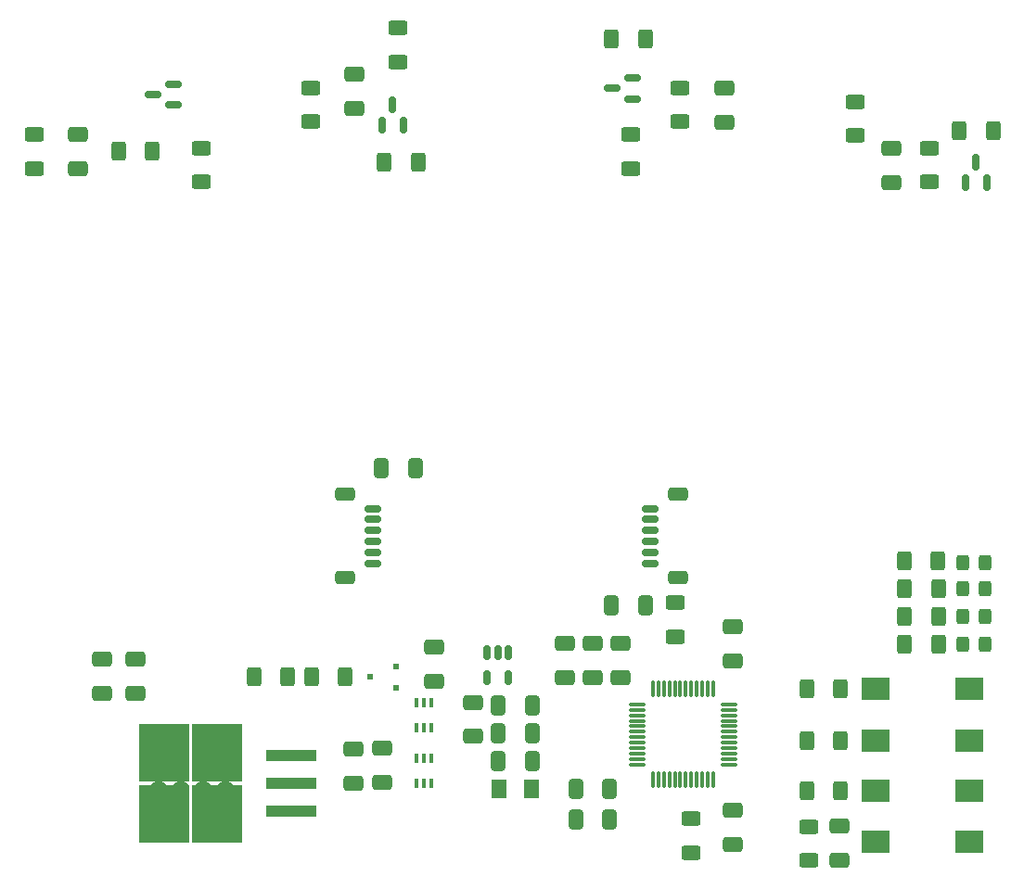
<source format=gtp>
G04 #@! TF.GenerationSoftware,KiCad,Pcbnew,9.0.2-2.fc42*
G04 #@! TF.CreationDate,2025-07-20T15:46:27-07:00*
G04 #@! TF.ProjectId,rezq_rev3,72657a71-5f72-4657-9633-2e6b69636164,rev?*
G04 #@! TF.SameCoordinates,Original*
G04 #@! TF.FileFunction,Paste,Top*
G04 #@! TF.FilePolarity,Positive*
%FSLAX46Y46*%
G04 Gerber Fmt 4.6, Leading zero omitted, Abs format (unit mm)*
G04 Created by KiCad (PCBNEW 9.0.2-2.fc42) date 2025-07-20 15:46:27*
%MOMM*%
%LPD*%
G01*
G04 APERTURE LIST*
G04 Aperture macros list*
%AMRoundRect*
0 Rectangle with rounded corners*
0 $1 Rounding radius*
0 $2 $3 $4 $5 $6 $7 $8 $9 X,Y pos of 4 corners*
0 Add a 4 corners polygon primitive as box body*
4,1,4,$2,$3,$4,$5,$6,$7,$8,$9,$2,$3,0*
0 Add four circle primitives for the rounded corners*
1,1,$1+$1,$2,$3*
1,1,$1+$1,$4,$5*
1,1,$1+$1,$6,$7*
1,1,$1+$1,$8,$9*
0 Add four rect primitives between the rounded corners*
20,1,$1+$1,$2,$3,$4,$5,0*
20,1,$1+$1,$4,$5,$6,$7,0*
20,1,$1+$1,$6,$7,$8,$9,0*
20,1,$1+$1,$8,$9,$2,$3,0*%
G04 Aperture macros list end*
%ADD10RoundRect,0.250000X-0.650000X0.412500X-0.650000X-0.412500X0.650000X-0.412500X0.650000X0.412500X0*%
%ADD11RoundRect,0.250000X0.412500X0.650000X-0.412500X0.650000X-0.412500X-0.650000X0.412500X-0.650000X0*%
%ADD12RoundRect,0.150000X0.587500X0.150000X-0.587500X0.150000X-0.587500X-0.150000X0.587500X-0.150000X0*%
%ADD13R,0.508000X0.508000*%
%ADD14RoundRect,0.250000X0.400000X0.625000X-0.400000X0.625000X-0.400000X-0.625000X0.400000X-0.625000X0*%
%ADD15RoundRect,0.150000X0.625000X-0.150000X0.625000X0.150000X-0.625000X0.150000X-0.625000X-0.150000X0*%
%ADD16RoundRect,0.250000X0.650000X-0.350000X0.650000X0.350000X-0.650000X0.350000X-0.650000X-0.350000X0*%
%ADD17R,2.500000X2.000000*%
%ADD18RoundRect,0.250000X-0.400000X-0.625000X0.400000X-0.625000X0.400000X0.625000X-0.400000X0.625000X0*%
%ADD19RoundRect,0.250000X0.325000X0.450000X-0.325000X0.450000X-0.325000X-0.450000X0.325000X-0.450000X0*%
%ADD20RoundRect,0.250000X0.625000X-0.400000X0.625000X0.400000X-0.625000X0.400000X-0.625000X-0.400000X0*%
%ADD21RoundRect,0.150000X0.150000X-0.587500X0.150000X0.587500X-0.150000X0.587500X-0.150000X-0.587500X0*%
%ADD22RoundRect,0.250000X-0.625000X0.400000X-0.625000X-0.400000X0.625000X-0.400000X0.625000X0.400000X0*%
%ADD23RoundRect,0.250000X0.650000X-0.412500X0.650000X0.412500X-0.650000X0.412500X-0.650000X-0.412500X0*%
%ADD24RoundRect,0.250000X-0.412500X-0.650000X0.412500X-0.650000X0.412500X0.650000X-0.412500X0.650000X0*%
%ADD25RoundRect,0.150000X-0.150000X0.512500X-0.150000X-0.512500X0.150000X-0.512500X0.150000X0.512500X0*%
%ADD26R,0.355600X0.850900*%
%ADD27RoundRect,0.250001X-0.462499X-0.624999X0.462499X-0.624999X0.462499X0.624999X-0.462499X0.624999X0*%
%ADD28RoundRect,0.150000X-0.625000X0.150000X-0.625000X-0.150000X0.625000X-0.150000X0.625000X0.150000X0*%
%ADD29RoundRect,0.250000X-0.650000X0.350000X-0.650000X-0.350000X0.650000X-0.350000X0.650000X0.350000X0*%
%ADD30RoundRect,0.075000X-0.662500X-0.075000X0.662500X-0.075000X0.662500X0.075000X-0.662500X0.075000X0*%
%ADD31RoundRect,0.075000X-0.075000X-0.662500X0.075000X-0.662500X0.075000X0.662500X-0.075000X0.662500X0*%
%ADD32R,4.550000X5.250000*%
%ADD33R,4.600000X1.100000*%
%ADD34C,1.524000*%
G04 APERTURE END LIST*
D10*
X218750000Y-116937500D03*
X218750000Y-120062500D03*
X159750000Y-121187500D03*
X159750000Y-124312500D03*
D11*
X208312500Y-183750000D03*
X205187500Y-183750000D03*
D12*
X210375000Y-117950000D03*
X210375000Y-116050000D03*
X208500000Y-117000000D03*
D10*
X164998000Y-169131500D03*
X164998000Y-172256500D03*
D13*
X188793800Y-171717350D03*
X188793800Y-169817348D03*
X186406200Y-170767349D03*
D14*
X238296000Y-167767000D03*
X235196000Y-167767000D03*
D15*
X186652000Y-160371000D03*
X186652000Y-159371000D03*
X186652000Y-158371000D03*
X186652000Y-157371000D03*
X186652000Y-156371000D03*
X186652000Y-155371000D03*
D16*
X184127000Y-161671000D03*
X184127000Y-154071000D03*
D14*
X238296000Y-165227000D03*
X235196000Y-165227000D03*
D17*
X241135000Y-176530000D03*
X232575000Y-176530000D03*
D18*
X163450000Y-122750000D03*
X166550000Y-122750000D03*
D14*
X243300000Y-120847200D03*
X240200000Y-120847200D03*
D19*
X242597000Y-162687000D03*
X240547000Y-162687000D03*
D20*
X226500000Y-187504000D03*
X226500000Y-184404000D03*
D21*
X240800000Y-125625000D03*
X242700000Y-125625000D03*
X241750000Y-123750000D03*
D20*
X181000000Y-120050000D03*
X181000000Y-116950000D03*
D18*
X226288000Y-181102000D03*
X229388000Y-181102000D03*
D19*
X242587999Y-160274000D03*
X240538001Y-160274000D03*
D11*
X190538500Y-151638000D03*
X187413500Y-151638000D03*
D20*
X171000000Y-125550000D03*
X171000000Y-122450000D03*
D14*
X211550000Y-112500000D03*
X208450000Y-112500000D03*
D18*
X226288000Y-176530000D03*
X229388000Y-176530000D03*
D19*
X242588000Y-165227000D03*
X240538000Y-165227000D03*
D22*
X214250000Y-163950000D03*
X214250000Y-167050000D03*
D20*
X230750000Y-121300000D03*
X230750000Y-118200000D03*
D23*
X219500000Y-169312500D03*
X219500000Y-166187500D03*
D18*
X226288000Y-171831000D03*
X229388000Y-171831000D03*
D23*
X192239000Y-171114500D03*
X192239000Y-167989500D03*
D20*
X210250000Y-124300000D03*
X210250000Y-121200000D03*
D24*
X208439500Y-164171000D03*
X211564500Y-164171000D03*
D23*
X187549200Y-180410900D03*
X187549200Y-177285900D03*
D20*
X215750000Y-186800000D03*
X215750000Y-183700000D03*
D14*
X178919400Y-170694000D03*
X175819400Y-170694000D03*
D23*
X161998000Y-172256500D03*
X161998000Y-169131500D03*
D25*
X199034000Y-168527000D03*
X198084000Y-168527000D03*
X197134000Y-168527000D03*
X197134000Y-170802000D03*
X199034000Y-170802000D03*
D14*
X238296000Y-162687000D03*
X235196000Y-162687000D03*
D23*
X206750000Y-170812500D03*
X206750000Y-167687500D03*
D19*
X242597000Y-167767000D03*
X240547000Y-167767000D03*
D24*
X198106500Y-175882000D03*
X201231500Y-175882000D03*
D12*
X168500000Y-118500000D03*
X168500000Y-116600000D03*
X166625000Y-117550000D03*
D23*
X204250000Y-170812500D03*
X204250000Y-167687500D03*
D26*
X191983799Y-178200700D03*
X191333800Y-178200700D03*
X190683801Y-178200700D03*
X190683801Y-180474000D03*
X191333800Y-180474000D03*
X191983799Y-180474000D03*
D24*
X198106500Y-173342000D03*
X201231500Y-173342000D03*
D23*
X184933000Y-180424000D03*
X184933000Y-177299000D03*
D10*
X195869000Y-173059500D03*
X195869000Y-176184500D03*
D17*
X241135000Y-181102000D03*
X232575000Y-181102000D03*
D23*
X209250000Y-170812500D03*
X209250000Y-167687500D03*
D10*
X219500000Y-182937500D03*
X219500000Y-186062500D03*
D14*
X238287000Y-160147000D03*
X235187000Y-160147000D03*
D10*
X185000000Y-115687500D03*
X185000000Y-118812500D03*
D22*
X237500000Y-122450000D03*
X237500000Y-125550000D03*
X189000000Y-111450000D03*
X189000000Y-114550000D03*
D17*
X241135000Y-171831000D03*
X232575000Y-171831000D03*
D21*
X187550000Y-120374999D03*
X189450000Y-120374999D03*
X188500000Y-118500000D03*
D27*
X198220000Y-180962000D03*
X201195000Y-180962000D03*
D14*
X190800000Y-123750000D03*
X187700000Y-123750000D03*
D28*
X211977000Y-155371000D03*
X211977000Y-156371000D03*
X211977000Y-157371000D03*
X211977000Y-158371000D03*
X211977000Y-159371000D03*
X211977000Y-160371000D03*
D29*
X214502000Y-154071000D03*
X214502000Y-161671000D03*
D24*
X198106500Y-178422000D03*
X201231500Y-178422000D03*
D30*
X210837500Y-173250000D03*
X210837500Y-173750000D03*
X210837500Y-174250000D03*
X210837500Y-174750000D03*
X210837500Y-175250000D03*
X210837500Y-175750000D03*
X210837500Y-176250000D03*
X210837500Y-176750000D03*
X210837500Y-177250000D03*
X210837500Y-177750000D03*
X210837500Y-178250000D03*
X210837500Y-178750000D03*
D31*
X212250000Y-180162500D03*
X212750000Y-180162500D03*
X213250000Y-180162500D03*
X213750000Y-180162500D03*
X214250000Y-180162500D03*
X214750000Y-180162500D03*
X215250000Y-180162500D03*
X215750000Y-180162500D03*
X216250000Y-180162500D03*
X216750000Y-180162500D03*
X217250000Y-180162500D03*
X217750000Y-180162500D03*
D30*
X219162500Y-178750000D03*
X219162500Y-178250000D03*
X219162500Y-177750000D03*
X219162500Y-177250000D03*
X219162500Y-176750000D03*
X219162500Y-176250000D03*
X219162500Y-175750000D03*
X219162500Y-175250000D03*
X219162500Y-174750000D03*
X219162500Y-174250000D03*
X219162500Y-173750000D03*
X219162500Y-173250000D03*
D31*
X217750000Y-171837500D03*
X217250000Y-171837500D03*
X216750000Y-171837500D03*
X216250000Y-171837500D03*
X215750000Y-171837500D03*
X215250000Y-171837500D03*
X214750000Y-171837500D03*
X214250000Y-171837500D03*
X213750000Y-171837500D03*
X213250000Y-171837500D03*
X212750000Y-171837500D03*
X212250000Y-171837500D03*
D26*
X190683801Y-175394000D03*
X191333800Y-175394000D03*
X191983799Y-175394000D03*
X191983799Y-173120700D03*
X191333800Y-173120700D03*
X190683801Y-173120700D03*
D17*
X241135000Y-185801000D03*
X232575000Y-185801000D03*
D14*
X184176600Y-170694000D03*
X181076600Y-170694000D03*
D10*
X229250000Y-184391500D03*
X229250000Y-187516500D03*
D20*
X214750000Y-120050000D03*
X214750000Y-116950000D03*
X155750000Y-124300000D03*
X155750000Y-121200000D03*
D11*
X208312500Y-181000000D03*
X205187500Y-181000000D03*
D10*
X234000000Y-122437500D03*
X234000000Y-125562500D03*
D32*
X172493000Y-183249000D03*
X172493000Y-177699000D03*
X167643000Y-183249000D03*
X167643000Y-177699000D03*
D33*
X179218000Y-183014000D03*
X179218000Y-180474000D03*
D34*
X173189000Y-185046000D03*
X173189000Y-183014000D03*
X173189000Y-180982000D03*
X173189000Y-178950000D03*
X173189000Y-176918000D03*
X171157000Y-185046000D03*
X171157000Y-183014000D03*
X171157000Y-180982000D03*
X171157000Y-178950000D03*
X171157000Y-176918000D03*
X169125000Y-185046000D03*
X169125000Y-183014000D03*
X169125000Y-180982000D03*
X169125000Y-178950000D03*
X169125000Y-176918000D03*
X167093000Y-185046000D03*
X167093000Y-183014000D03*
X167093000Y-180982000D03*
X167093000Y-178950000D03*
X167093000Y-176918000D03*
D33*
X179218000Y-177934000D03*
M02*

</source>
